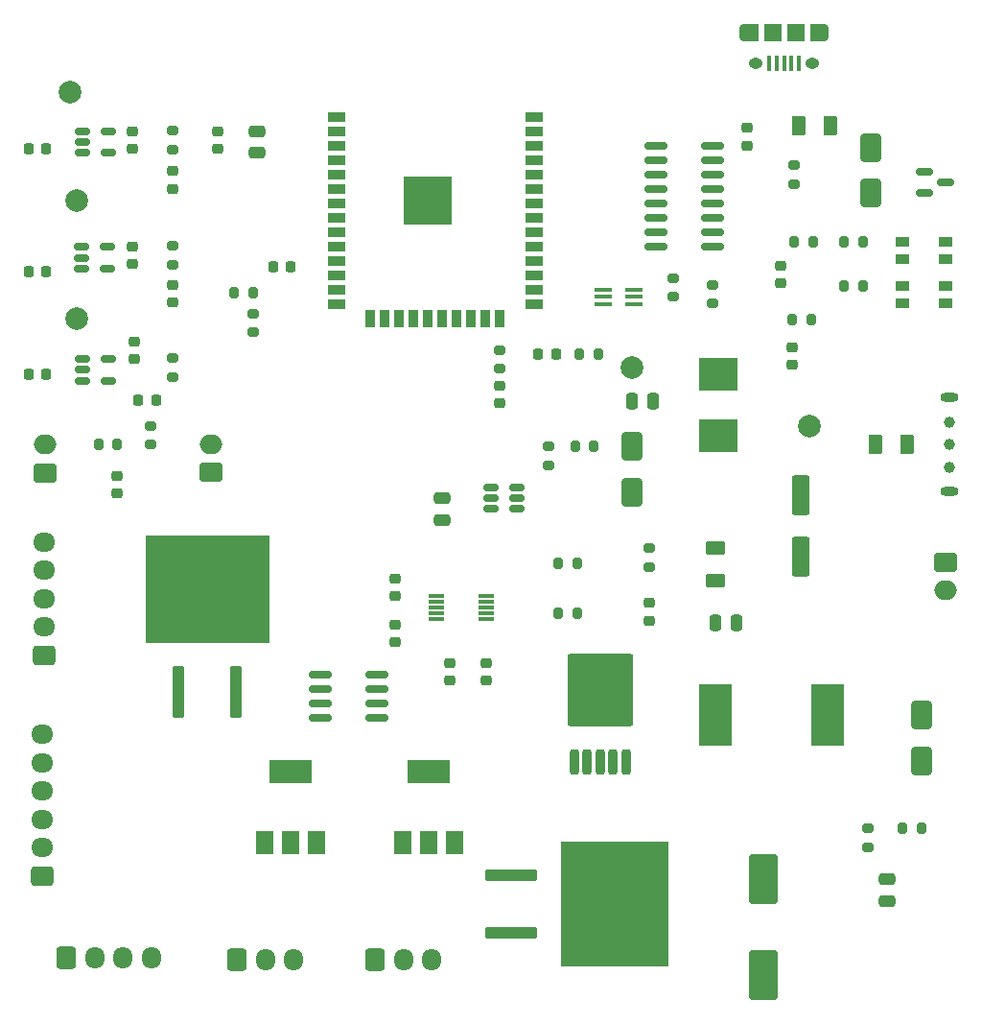
<source format=gts>
G04 #@! TF.GenerationSoftware,KiCad,Pcbnew,7.0.10-7.0.10~ubuntu20.04.1*
G04 #@! TF.CreationDate,2024-02-22T18:15:52-03:00*
G04 #@! TF.ProjectId,Transiluminador,5472616e-7369-46c7-956d-696e61646f72,rev?*
G04 #@! TF.SameCoordinates,Original*
G04 #@! TF.FileFunction,Soldermask,Top*
G04 #@! TF.FilePolarity,Negative*
%FSLAX46Y46*%
G04 Gerber Fmt 4.6, Leading zero omitted, Abs format (unit mm)*
G04 Created by KiCad (PCBNEW 7.0.10-7.0.10~ubuntu20.04.1) date 2024-02-22 18:15:52*
%MOMM*%
%LPD*%
G01*
G04 APERTURE LIST*
G04 Aperture macros list*
%AMRoundRect*
0 Rectangle with rounded corners*
0 $1 Rounding radius*
0 $2 $3 $4 $5 $6 $7 $8 $9 X,Y pos of 4 corners*
0 Add a 4 corners polygon primitive as box body*
4,1,4,$2,$3,$4,$5,$6,$7,$8,$9,$2,$3,0*
0 Add four circle primitives for the rounded corners*
1,1,$1+$1,$2,$3*
1,1,$1+$1,$4,$5*
1,1,$1+$1,$6,$7*
1,1,$1+$1,$8,$9*
0 Add four rect primitives between the rounded corners*
20,1,$1+$1,$2,$3,$4,$5,0*
20,1,$1+$1,$4,$5,$6,$7,0*
20,1,$1+$1,$6,$7,$8,$9,0*
20,1,$1+$1,$8,$9,$2,$3,0*%
G04 Aperture macros list end*
%ADD10C,0.100000*%
%ADD11RoundRect,0.250000X-2.050000X-0.300000X2.050000X-0.300000X2.050000X0.300000X-2.050000X0.300000X0*%
%ADD12RoundRect,0.250000X0.300000X-2.050000X0.300000X2.050000X-0.300000X2.050000X-0.300000X-2.050000X0*%
%ADD13C,1.000000*%
%ADD14O,1.600000X0.800000*%
%ADD15RoundRect,0.150000X-0.825000X-0.150000X0.825000X-0.150000X0.825000X0.150000X-0.825000X0.150000X0*%
%ADD16R,0.400000X1.350000*%
%ADD17O,0.890000X1.550000*%
%ADD18R,1.200000X1.550000*%
%ADD19O,1.250000X0.950000*%
%ADD20R,1.500000X1.550000*%
%ADD21RoundRect,0.250000X0.725000X-0.600000X0.725000X0.600000X-0.725000X0.600000X-0.725000X-0.600000X0*%
%ADD22O,1.950000X1.700000*%
%ADD23RoundRect,0.250000X-0.600000X-0.725000X0.600000X-0.725000X0.600000X0.725000X-0.600000X0.725000X0*%
%ADD24O,1.700000X1.950000*%
%ADD25R,1.500000X2.000000*%
%ADD26R,3.800000X2.000000*%
%ADD27RoundRect,0.225000X-0.250000X0.225000X-0.250000X-0.225000X0.250000X-0.225000X0.250000X0.225000X0*%
%ADD28RoundRect,0.250000X0.750000X-0.600000X0.750000X0.600000X-0.750000X0.600000X-0.750000X-0.600000X0*%
%ADD29O,2.000000X1.700000*%
%ADD30C,2.000000*%
%ADD31RoundRect,0.218750X0.256250X-0.218750X0.256250X0.218750X-0.256250X0.218750X-0.256250X-0.218750X0*%
%ADD32RoundRect,0.200000X-0.275000X0.200000X-0.275000X-0.200000X0.275000X-0.200000X0.275000X0.200000X0*%
%ADD33RoundRect,0.250000X0.625000X-0.375000X0.625000X0.375000X-0.625000X0.375000X-0.625000X-0.375000X0*%
%ADD34RoundRect,0.250000X-0.550000X1.500000X-0.550000X-1.500000X0.550000X-1.500000X0.550000X1.500000X0*%
%ADD35RoundRect,0.150000X-0.512500X-0.150000X0.512500X-0.150000X0.512500X0.150000X-0.512500X0.150000X0*%
%ADD36RoundRect,0.200000X0.275000X-0.200000X0.275000X0.200000X-0.275000X0.200000X-0.275000X-0.200000X0*%
%ADD37R,1.500000X0.400000*%
%ADD38RoundRect,0.200000X-0.200000X-0.275000X0.200000X-0.275000X0.200000X0.275000X-0.200000X0.275000X0*%
%ADD39RoundRect,0.150000X-0.587500X-0.150000X0.587500X-0.150000X0.587500X0.150000X-0.587500X0.150000X0*%
%ADD40RoundRect,0.200000X0.200000X0.275000X-0.200000X0.275000X-0.200000X-0.275000X0.200000X-0.275000X0*%
%ADD41RoundRect,0.250000X0.650000X-1.000000X0.650000X1.000000X-0.650000X1.000000X-0.650000X-1.000000X0*%
%ADD42RoundRect,0.225000X0.225000X0.250000X-0.225000X0.250000X-0.225000X-0.250000X0.225000X-0.250000X0*%
%ADD43R,3.500000X2.950000*%
%ADD44RoundRect,0.250000X-0.650000X1.000000X-0.650000X-1.000000X0.650000X-1.000000X0.650000X1.000000X0*%
%ADD45R,1.250000X0.900000*%
%ADD46RoundRect,0.250000X-0.375000X-0.625000X0.375000X-0.625000X0.375000X0.625000X-0.375000X0.625000X0*%
%ADD47RoundRect,0.250000X-0.475000X0.250000X-0.475000X-0.250000X0.475000X-0.250000X0.475000X0.250000X0*%
%ADD48RoundRect,0.150000X0.512500X0.150000X-0.512500X0.150000X-0.512500X-0.150000X0.512500X-0.150000X0*%
%ADD49RoundRect,0.250000X-0.750000X0.600000X-0.750000X-0.600000X0.750000X-0.600000X0.750000X0.600000X0*%
%ADD50RoundRect,0.200000X0.200000X-0.900000X0.200000X0.900000X-0.200000X0.900000X-0.200000X-0.900000X0*%
%ADD51RoundRect,0.249997X2.650003X-2.950003X2.650003X2.950003X-2.650003X2.950003X-2.650003X-2.950003X0*%
%ADD52R,1.500000X0.900000*%
%ADD53R,0.900000X1.500000*%
%ADD54R,4.200000X4.200000*%
%ADD55RoundRect,0.218750X-0.218750X-0.256250X0.218750X-0.256250X0.218750X0.256250X-0.218750X0.256250X0*%
%ADD56RoundRect,0.225000X-0.225000X-0.250000X0.225000X-0.250000X0.225000X0.250000X-0.225000X0.250000X0*%
%ADD57RoundRect,0.225000X0.250000X-0.225000X0.250000X0.225000X-0.250000X0.225000X-0.250000X-0.225000X0*%
%ADD58R,2.900000X5.400000*%
%ADD59R,1.400000X0.300000*%
%ADD60RoundRect,0.250000X-0.250000X-0.475000X0.250000X-0.475000X0.250000X0.475000X-0.250000X0.475000X0*%
%ADD61RoundRect,0.250000X-1.000000X1.950000X-1.000000X-1.950000X1.000000X-1.950000X1.000000X1.950000X0*%
G04 APERTURE END LIST*
D10*
X160702000Y-86821000D02*
X170083000Y-86821000D01*
X170083000Y-86821000D02*
X170083000Y-97674000D01*
X170083000Y-97674000D02*
X160702000Y-97674000D01*
X160702000Y-97674000D02*
X160702000Y-86821000D01*
G36*
X160702000Y-86821000D02*
G01*
X170083000Y-86821000D01*
X170083000Y-97674000D01*
X160702000Y-97674000D01*
X160702000Y-86821000D01*
G37*
X124021000Y-69148000D02*
X134874000Y-69148000D01*
X134874000Y-69148000D02*
X134874000Y-59767000D01*
X134874000Y-59767000D02*
X124021000Y-59767000D01*
X124021000Y-59767000D02*
X124021000Y-69148000D01*
G36*
X124021000Y-69148000D02*
G01*
X134874000Y-69148000D01*
X134874000Y-59767000D01*
X124021000Y-59767000D01*
X124021000Y-69148000D01*
G37*
D11*
X156250000Y-89735000D03*
X156250000Y-94815000D03*
D12*
X126935000Y-73600000D03*
X132015000Y-73600000D03*
D13*
X195000000Y-53750000D03*
X195000000Y-51750000D03*
X195000000Y-49750000D03*
D14*
X195000000Y-55900000D03*
X195000000Y-47600000D03*
D15*
X169100000Y-25380000D03*
X169100000Y-26650000D03*
X169100000Y-27920000D03*
X169100000Y-29190000D03*
X169100000Y-30460000D03*
X169100000Y-31730000D03*
X169100000Y-33000000D03*
X169100000Y-34270000D03*
X174050000Y-34270000D03*
X174050000Y-33000000D03*
X174050000Y-31730000D03*
X174050000Y-30460000D03*
X174050000Y-29190000D03*
X174050000Y-27920000D03*
X174050000Y-26650000D03*
X174050000Y-25380000D03*
D16*
X181700000Y-18125000D03*
X181050000Y-18125000D03*
X180400000Y-18125000D03*
X179750000Y-18125000D03*
X179100000Y-18125000D03*
D17*
X183900000Y-15425000D03*
D18*
X183300000Y-15425000D03*
D19*
X182900000Y-18125000D03*
D20*
X181400000Y-15425000D03*
X179400000Y-15425000D03*
D19*
X177900000Y-18125000D03*
D18*
X177500000Y-15425000D03*
D17*
X176900000Y-15425000D03*
D21*
X115075000Y-70350000D03*
D22*
X115075000Y-67850000D03*
X115075000Y-65350000D03*
X115075000Y-62850000D03*
X115075000Y-60350000D03*
D23*
X144275000Y-97200000D03*
D24*
X146775000Y-97200000D03*
X149275000Y-97200000D03*
D25*
X134500000Y-86875000D03*
X136800000Y-86875000D03*
D26*
X136800000Y-80575000D03*
D25*
X139100000Y-86875000D03*
D27*
X122825000Y-34280000D03*
X122825000Y-35830000D03*
D28*
X129750000Y-54225000D03*
D29*
X129750000Y-51725000D03*
D30*
X117375000Y-20625000D03*
D31*
X155300000Y-48137500D03*
X155300000Y-46562500D03*
D32*
X155300000Y-43400000D03*
X155300000Y-45050000D03*
D33*
X174325000Y-63725000D03*
X174325000Y-60925000D03*
D34*
X181850000Y-56250000D03*
X181850000Y-61650000D03*
D35*
X118375000Y-34325000D03*
X118375000Y-35275000D03*
X118375000Y-36225000D03*
X120650000Y-36225000D03*
X120650000Y-34325000D03*
D32*
X133500000Y-40200000D03*
X133500000Y-41850000D03*
D36*
X174050000Y-39300000D03*
X174050000Y-37650000D03*
X187800000Y-87275000D03*
X187800000Y-85625000D03*
D37*
X164445000Y-38075000D03*
X164445000Y-38725000D03*
X164445000Y-39375000D03*
X167105000Y-39375000D03*
X167105000Y-38725000D03*
X167105000Y-38075000D03*
D21*
X114850000Y-89825000D03*
D22*
X114850000Y-87325000D03*
X114850000Y-84825000D03*
X114850000Y-82325000D03*
X114850000Y-79825000D03*
X114850000Y-77325000D03*
D15*
X139475000Y-72025000D03*
X139475000Y-73295000D03*
X139475000Y-74565000D03*
X139475000Y-75835000D03*
X144425000Y-75835000D03*
X144425000Y-74565000D03*
X144425000Y-73295000D03*
X144425000Y-72025000D03*
D38*
X190850000Y-85635000D03*
X192500000Y-85635000D03*
D39*
X192775000Y-27675000D03*
X192775000Y-29575000D03*
X194650000Y-28625000D03*
D25*
X146725000Y-86875000D03*
X149025000Y-86875000D03*
D26*
X149025000Y-80575000D03*
D25*
X151325000Y-86875000D03*
D31*
X126375000Y-39230000D03*
X126375000Y-37655000D03*
D32*
X126375000Y-34230000D03*
X126375000Y-35880000D03*
D40*
X162100000Y-62225000D03*
X160450000Y-62225000D03*
D41*
X188075000Y-29575000D03*
X188075000Y-25575000D03*
D42*
X115225000Y-25675000D03*
X113675000Y-25675000D03*
D27*
X150850000Y-71050000D03*
X150850000Y-72600000D03*
D43*
X174575000Y-45550000D03*
X174575000Y-51000000D03*
D44*
X166950000Y-51950000D03*
X166950000Y-55950000D03*
D38*
X181300000Y-33900000D03*
X182950000Y-33900000D03*
D23*
X132075000Y-97200000D03*
D24*
X134575000Y-97200000D03*
X137075000Y-97200000D03*
D45*
X190825000Y-39295000D03*
X194675000Y-39295000D03*
X190825000Y-37795000D03*
X194675000Y-37795000D03*
D36*
X168475000Y-62575000D03*
X168475000Y-60925000D03*
D46*
X188450000Y-51750000D03*
X191250000Y-51750000D03*
D23*
X117000000Y-97050000D03*
D24*
X119500000Y-97050000D03*
X122000000Y-97050000D03*
X124500000Y-97050000D03*
D46*
X181700000Y-23625000D03*
X184500000Y-23625000D03*
D47*
X150175000Y-56500000D03*
X150175000Y-58400000D03*
D48*
X156800000Y-57450000D03*
X156800000Y-56500000D03*
X156800000Y-55550000D03*
X154525000Y-55550000D03*
X154525000Y-56500000D03*
X154525000Y-57450000D03*
D42*
X115225000Y-36475000D03*
X113675000Y-36475000D03*
D28*
X115100000Y-54275000D03*
D29*
X115100000Y-51775000D03*
D40*
X163600000Y-51950000D03*
X161950000Y-51950000D03*
D49*
X194625000Y-62125000D03*
D29*
X194625000Y-64625000D03*
D36*
X170600000Y-38700000D03*
X170600000Y-37050000D03*
D47*
X189475000Y-90125000D03*
X189475000Y-92025000D03*
D50*
X161870000Y-79725000D03*
X163010000Y-79725000D03*
X164150000Y-79725000D03*
X165290000Y-79725000D03*
X166430000Y-79725000D03*
D51*
X164150000Y-73425000D03*
D32*
X126425000Y-44130000D03*
X126425000Y-45780000D03*
D52*
X140843200Y-22860000D03*
X140843200Y-24130000D03*
X140843200Y-25400000D03*
X140843200Y-26670000D03*
X140843200Y-27940000D03*
X140843200Y-29210000D03*
X140843200Y-30480000D03*
X140843200Y-31750000D03*
X140843200Y-33020000D03*
X140843200Y-34290000D03*
X140843200Y-35560000D03*
X140843200Y-36830000D03*
X140843200Y-38100000D03*
X140843200Y-39370000D03*
D53*
X143883200Y-40620000D03*
X145153200Y-40620000D03*
X146423200Y-40620000D03*
X147693200Y-40620000D03*
X148963200Y-40620000D03*
X150233200Y-40620000D03*
X151503200Y-40620000D03*
X152773200Y-40620000D03*
X154043200Y-40620000D03*
X155313200Y-40620000D03*
D52*
X158343200Y-39370000D03*
X158343200Y-38100000D03*
X158343200Y-36830000D03*
X158343200Y-35560000D03*
X158343200Y-34290000D03*
X158343200Y-33020000D03*
X158343200Y-31750000D03*
X158343200Y-30480000D03*
X158343200Y-29210000D03*
X158343200Y-27940000D03*
X158343200Y-26670000D03*
X158343200Y-25400000D03*
X158343200Y-24130000D03*
X158343200Y-22860000D03*
D54*
X148913200Y-30200000D03*
D30*
X117925000Y-40675000D03*
D31*
X168475000Y-67312500D03*
X168475000Y-65737500D03*
D55*
X158700000Y-43750000D03*
X160275000Y-43750000D03*
D32*
X159600000Y-51925000D03*
X159600000Y-53575000D03*
D27*
X181125000Y-43175000D03*
X181125000Y-44725000D03*
D47*
X133850000Y-24125000D03*
X133850000Y-26025000D03*
D38*
X185675000Y-33875000D03*
X187325000Y-33875000D03*
X131850000Y-38350000D03*
X133500000Y-38350000D03*
D40*
X121525000Y-51775000D03*
X119875000Y-51775000D03*
D27*
X146050000Y-67625000D03*
X146050000Y-69175000D03*
D35*
X118425000Y-24125000D03*
X118425000Y-25075000D03*
X118425000Y-26025000D03*
X120700000Y-26025000D03*
X120700000Y-24125000D03*
D27*
X121525000Y-54500000D03*
X121525000Y-56050000D03*
D30*
X117925000Y-30200000D03*
D55*
X123387500Y-47875000D03*
X124962500Y-47875000D03*
D30*
X182625000Y-50100000D03*
X166925000Y-44975000D03*
D32*
X124450000Y-50125000D03*
X124450000Y-51775000D03*
D56*
X135300000Y-36100000D03*
X136850000Y-36100000D03*
D35*
X118425000Y-44225000D03*
X118425000Y-45175000D03*
X118425000Y-46125000D03*
X120700000Y-46125000D03*
X120700000Y-44225000D03*
D57*
X146050000Y-65125000D03*
X146050000Y-63575000D03*
D27*
X130375000Y-24150000D03*
X130375000Y-25700000D03*
D40*
X163962500Y-43750000D03*
X162312500Y-43750000D03*
D58*
X174325000Y-75625000D03*
X184225000Y-75625000D03*
D42*
X115225000Y-45600000D03*
X113675000Y-45600000D03*
D59*
X154100000Y-67125000D03*
X154100000Y-66625000D03*
X154100000Y-66125000D03*
X154100000Y-65625000D03*
X154100000Y-65125000D03*
X149700000Y-65125000D03*
X149700000Y-65625000D03*
X149700000Y-66125000D03*
X149700000Y-66625000D03*
X149700000Y-67125000D03*
D60*
X166950000Y-47950000D03*
X168850000Y-47950000D03*
D57*
X177100000Y-25375000D03*
X177100000Y-23825000D03*
D32*
X126425000Y-24075000D03*
X126425000Y-25725000D03*
D45*
X190825000Y-35375000D03*
X194675000Y-35375000D03*
X190825000Y-33875000D03*
X194675000Y-33875000D03*
D27*
X154100000Y-71050000D03*
X154100000Y-72600000D03*
D60*
X174325000Y-67450000D03*
X176225000Y-67450000D03*
D38*
X185675000Y-37790000D03*
X187325000Y-37790000D03*
X181125000Y-40725000D03*
X182775000Y-40725000D03*
D32*
X181250000Y-27125000D03*
X181250000Y-28775000D03*
D27*
X180100000Y-35950000D03*
X180100000Y-37500000D03*
D40*
X162100000Y-66625000D03*
X160450000Y-66625000D03*
D61*
X178575000Y-90125000D03*
X178575000Y-98525000D03*
D57*
X123025000Y-44225000D03*
X123025000Y-42675000D03*
D31*
X126425000Y-29187500D03*
X126425000Y-27612500D03*
D27*
X122875000Y-24125000D03*
X122875000Y-25675000D03*
D41*
X192500000Y-79650000D03*
X192500000Y-75650000D03*
M02*

</source>
